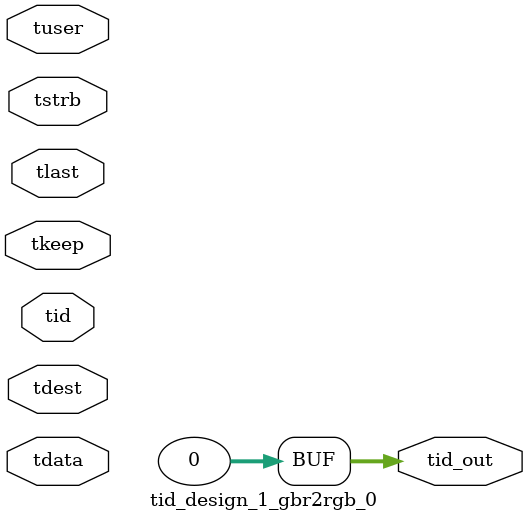
<source format=v>


`timescale 1ps/1ps

module tid_design_1_gbr2rgb_0 #
(
parameter C_S_AXIS_TID_WIDTH   = 1,
parameter C_S_AXIS_TUSER_WIDTH = 0,
parameter C_S_AXIS_TDATA_WIDTH = 0,
parameter C_S_AXIS_TDEST_WIDTH = 0,
parameter C_M_AXIS_TID_WIDTH   = 32
)
(
input  [(C_S_AXIS_TID_WIDTH   == 0 ? 1 : C_S_AXIS_TID_WIDTH)-1:0       ] tid,
input  [(C_S_AXIS_TDATA_WIDTH == 0 ? 1 : C_S_AXIS_TDATA_WIDTH)-1:0     ] tdata,
input  [(C_S_AXIS_TUSER_WIDTH == 0 ? 1 : C_S_AXIS_TUSER_WIDTH)-1:0     ] tuser,
input  [(C_S_AXIS_TDEST_WIDTH == 0 ? 1 : C_S_AXIS_TDEST_WIDTH)-1:0     ] tdest,
input  [(C_S_AXIS_TDATA_WIDTH/8)-1:0 ] tkeep,
input  [(C_S_AXIS_TDATA_WIDTH/8)-1:0 ] tstrb,
input                                                                    tlast,
output [(C_M_AXIS_TID_WIDTH   == 0 ? 1 : C_M_AXIS_TID_WIDTH)-1:0       ] tid_out
);

assign tid_out = {1'b0};

endmodule


</source>
